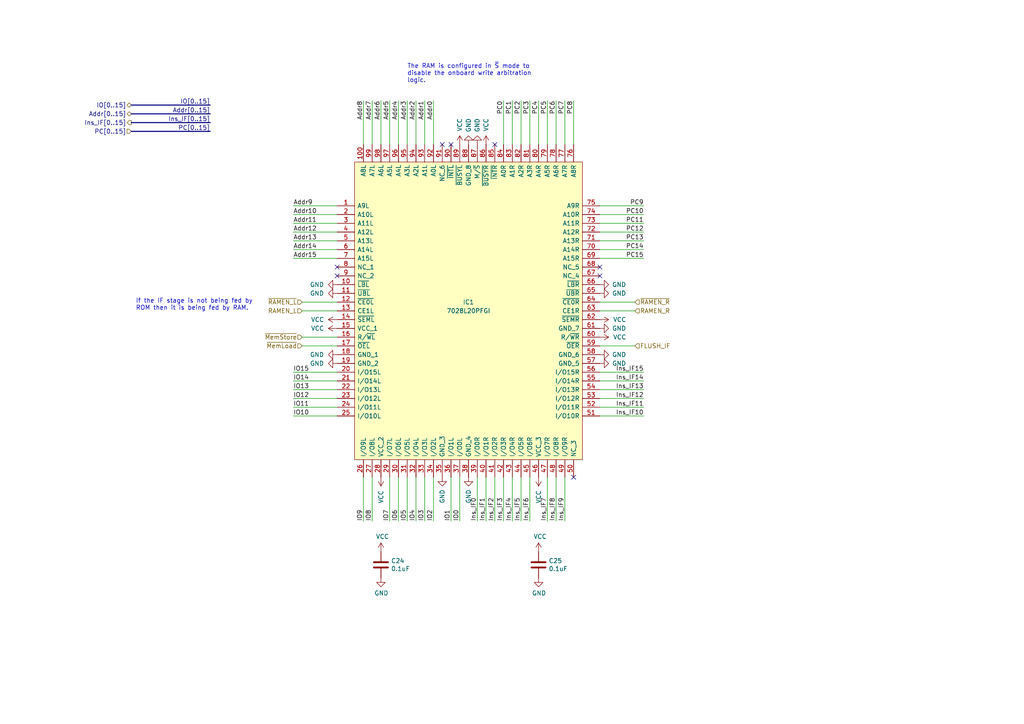
<source format=kicad_sch>
(kicad_sch (version 20250114) (generator "eeschema") (generator_version "9.0")
  (paper "A4")
  (title_block (title "Turtle16: RAM") (date "2023-11-25") (rev "A") (comment 3 "instruction on the second read port.") (comment 4 "RAM is implemented with a 64K x 16 dual port SRAM so that the IF stage can fetch an"))
  (lib_symbols
    (symbol "Device:C" (pin_numbers (hide yes)) (pin_names (offset 0.254))
      (property "Reference" "C" (at 0.635 2.54 0))
      (property "Value" "C" (at 0.635 -2.54 0))
      (symbol "C_0_1"
        (polyline (pts (xy -2.032 0.762) (xy 2.032 0.762)) (stroke (width 0.508)))
        (polyline (pts (xy -2.032 -0.762) (xy 2.032 -0.762)) (stroke (width 0.508)))
      )
      (symbol "C_1_1"
        (pin passive line (at 0 3.81 270) (length 2.794) (name "~") (number "1"))
        (pin passive line (at 0 -3.81 90) (length 2.794) (name "~") (number "2"))
      )
    )
    (symbol "Turtle16:7028L20PFGI" (pin_names (offset 0.762))
      (property "Reference" "U" (at 38.1 -27.94 0))
      (property "Value" "7028L20PFGI" (at 38.1 -30.48 0))
      (symbol "7028L20PFGI_0_0"
        (pin passive line (at 0 0 0) (length 5.08) (name "A9L") (number "1"))
        (pin passive line (at 0 -2.54 0) (length 5.08) (name "A10L") (number "2"))
        (pin passive line (at 0 -5.08 0) (length 5.08) (name "A11L") (number "3"))
        (pin passive line (at 0 -7.62 0) (length 5.08) (name "A12L") (number "4"))
        (pin passive line (at 0 -10.16 0) (length 5.08) (name "A13L") (number "5"))
        (pin passive line (at 0 -12.7 0) (length 5.08) (name "A14L") (number "6"))
        (pin passive line (at 0 -15.24 0) (length 5.08) (name "A15L") (number "7"))
        (pin passive line (at 0 -17.78 0) (length 5.08) (name "NC_1") (number "8"))
        (pin passive line (at 0 -20.32 0) (length 5.08) (name "NC_2") (number "9"))
        (pin passive line (at 0 -22.86 0) (length 5.08) (name "~{LBL}") (number "10"))
        (pin passive line (at 0 -25.4 0) (length 5.08) (name "~{UBL}") (number "11"))
        (pin passive line (at 0 -27.94 0) (length 5.08) (name "~{CE0L}") (number "12"))
        (pin passive line (at 0 -30.48 0) (length 5.08) (name "CE1L") (number "13"))
        (pin passive line (at 0 -33.02 0) (length 5.08) (name "~{SEML}") (number "14"))
        (pin passive line (at 0 -35.56 0) (length 5.08) (name "VCC_1") (number "15"))
        (pin passive line (at 0 -38.1 0) (length 5.08) (name "R/~{WL}") (number "16"))
        (pin passive line (at 0 -40.64 0) (length 5.08) (name "~{OEL}") (number "17"))
        (pin passive line (at 0 -43.18 0) (length 5.08) (name "GND_1") (number "18"))
        (pin passive line (at 0 -45.72 0) (length 5.08) (name "GND_2") (number "19"))
        (pin passive line (at 0 -48.26 0) (length 5.08) (name "I/O15L") (number "20"))
        (pin passive line (at 0 -50.8 0) (length 5.08) (name "I/O14L") (number "21"))
        (pin passive line (at 0 -53.34 0) (length 5.08) (name "I/O13L") (number "22"))
        (pin passive line (at 0 -55.88 0) (length 5.08) (name "I/O12L") (number "23"))
        (pin passive line (at 0 -58.42 0) (length 5.08) (name "I/O11L") (number "24"))
        (pin passive line (at 0 -60.96 0) (length 5.08) (name "I/O10L") (number "25"))
        (pin passive line (at 7.62 17.78 270) (length 5.08) (name "A8L") (number "100"))
        (pin passive line (at 7.62 -78.74 90) (length 5.08) (name "I/O9L") (number "26"))
        (pin passive line (at 10.16 17.78 270) (length 5.08) (name "A7L") (number "99"))
        (pin passive line (at 10.16 -78.74 90) (length 5.08) (name "I/O8L") (number "27"))
        (pin passive line (at 12.7 17.78 270) (length 5.08) (name "A6L") (number "98"))
        (pin passive line (at 12.7 -78.74 90) (length 5.08) (name "VCC_2") (number "28"))
        (pin passive line (at 15.24 17.78 270) (length 5.08) (name "A5L") (number "97"))
        (pin passive line (at 15.24 -78.74 90) (length 5.08) (name "I/O7L") (number "29"))
        (pin passive line (at 17.78 17.78 270) (length 5.08) (name "A4L") (number "96"))
        (pin passive line (at 17.78 -78.74 90) (length 5.08) (name "I/O6L") (number "30"))
        (pin passive line (at 20.32 17.78 270) (length 5.08) (name "A3L") (number "95"))
        (pin passive line (at 20.32 -78.74 90) (length 5.08) (name "I/O5L") (number "31"))
        (pin passive line (at 22.86 17.78 270) (length 5.08) (name "A2L") (number "94"))
        (pin passive line (at 22.86 -78.74 90) (length 5.08) (name "I/O4L") (number "32"))
        (pin passive line (at 25.4 17.78 270) (length 5.08) (name "A1L") (number "93"))
        (pin passive line (at 25.4 -78.74 90) (length 5.08) (name "I/O3L") (number "33"))
        (pin passive line (at 27.94 17.78 270) (length 5.08) (name "A0L") (number "92"))
        (pin passive line (at 27.94 -78.74 90) (length 5.08) (name "I/O2L") (number "34"))
        (pin passive line (at 30.48 17.78 270) (length 5.08) (name "NC_6") (number "91"))
        (pin passive line (at 30.48 -78.74 90) (length 5.08) (name "GND_3") (number "35"))
        (pin passive line (at 33.02 17.78 270) (length 5.08) (name "~{INTL}") (number "90"))
        (pin passive line (at 33.02 -78.74 90) (length 5.08) (name "I/O1L") (number "36"))
        (pin passive line (at 35.56 17.78 270) (length 5.08) (name "~{BUSYL}") (number "89"))
        (pin passive line (at 35.56 -78.74 90) (length 5.08) (name "I/O0L") (number "37"))
        (pin passive line (at 38.1 17.78 270) (length 5.08) (name "GND_8") (number "88"))
        (pin passive line (at 38.1 -78.74 90) (length 5.08) (name "GND_4") (number "38"))
        (pin passive line (at 40.64 17.78 270) (length 5.08) (name "M/~{S}") (number "87"))
        (pin passive line (at 40.64 -78.74 90) (length 5.08) (name "I/O0R") (number "39"))
        (pin passive line (at 43.18 17.78 270) (length 5.08) (name "~{BUSYR}") (number "86"))
        (pin passive line (at 43.18 -78.74 90) (length 5.08) (name "I/O1R") (number "40"))
        (pin passive line (at 45.72 17.78 270) (length 5.08) (name "~{INTR}") (number "85"))
        (pin passive line (at 45.72 -78.74 90) (length 5.08) (name "I/O2R") (number "41"))
        (pin passive line (at 48.26 17.78 270) (length 5.08) (name "A0R") (number "84"))
        (pin passive line (at 48.26 -78.74 90) (length 5.08) (name "I/O3R") (number "42"))
        (pin passive line (at 50.8 17.78 270) (length 5.08) (name "A1R") (number "83"))
        (pin passive line (at 50.8 -78.74 90) (length 5.08) (name "I/O4R") (number "43"))
        (pin passive line (at 53.34 17.78 270) (length 5.08) (name "A2R") (number "82"))
        (pin passive line (at 53.34 -78.74 90) (length 5.08) (name "I/O5R") (number "44"))
        (pin passive line (at 55.88 17.78 270) (length 5.08) (name "A3R") (number "81"))
        (pin passive line (at 55.88 -78.74 90) (length 5.08) (name "I/O6R") (number "45"))
        (pin passive line (at 58.42 17.78 270) (length 5.08) (name "A4R") (number "80"))
        (pin passive line (at 58.42 -78.74 90) (length 5.08) (name "VCC_3") (number "46"))
        (pin passive line (at 60.96 17.78 270) (length 5.08) (name "A5R") (number "79"))
        (pin passive line (at 60.96 -78.74 90) (length 5.08) (name "I/O7R") (number "47"))
        (pin passive line (at 63.5 17.78 270) (length 5.08) (name "A6R") (number "78"))
        (pin passive line (at 63.5 -78.74 90) (length 5.08) (name "I/O8R") (number "48"))
        (pin passive line (at 66.04 17.78 270) (length 5.08) (name "A7R") (number "77"))
        (pin passive line (at 66.04 -78.74 90) (length 5.08) (name "I/O9R") (number "49"))
        (pin passive line (at 68.58 17.78 270) (length 5.08) (name "A8R") (number "76"))
        (pin passive line (at 68.58 -78.74 90) (length 5.08) (name "NC_3") (number "50"))
        (pin passive line (at 76.2 0 180) (length 5.08) (name "A9R") (number "75"))
        (pin passive line (at 76.2 -2.54 180) (length 5.08) (name "A10R") (number "74"))
        (pin passive line (at 76.2 -5.08 180) (length 5.08) (name "A11R") (number "73"))
        (pin passive line (at 76.2 -7.62 180) (length 5.08) (name "A12R") (number "72"))
        (pin passive line (at 76.2 -10.16 180) (length 5.08) (name "A13R") (number "71"))
        (pin passive line (at 76.2 -12.7 180) (length 5.08) (name "A14R") (number "70"))
        (pin passive line (at 76.2 -15.24 180) (length 5.08) (name "A15R") (number "69"))
        (pin passive line (at 76.2 -17.78 180) (length 5.08) (name "NC_5") (number "68"))
        (pin passive line (at 76.2 -20.32 180) (length 5.08) (name "NC_4") (number "67"))
        (pin passive line (at 76.2 -22.86 180) (length 5.08) (name "~{LBR}") (number "66"))
        (pin passive line (at 76.2 -25.4 180) (length 5.08) (name "~{UBR}") (number "65"))
        (pin passive line (at 76.2 -27.94 180) (length 5.08) (name "~{CE0R}") (number "64"))
        (pin passive line (at 76.2 -30.48 180) (length 5.08) (name "CE1R") (number "63"))
        (pin passive line (at 76.2 -33.02 180) (length 5.08) (name "~{SEMR}") (number "62"))
        (pin passive line (at 76.2 -35.56 180) (length 5.08) (name "GND_7") (number "61"))
        (pin passive line (at 76.2 -38.1 180) (length 5.08) (name "R/~{WR}") (number "60"))
        (pin passive line (at 76.2 -40.64 180) (length 5.08) (name "~{OER}") (number "59"))
        (pin passive line (at 76.2 -43.18 180) (length 5.08) (name "GND_6") (number "58"))
        (pin passive line (at 76.2 -45.72 180) (length 5.08) (name "GND_5") (number "57"))
        (pin passive line (at 76.2 -48.26 180) (length 5.08) (name "I/O15R") (number "56"))
        (pin passive line (at 76.2 -50.8 180) (length 5.08) (name "I/O14R") (number "55"))
        (pin passive line (at 76.2 -53.34 180) (length 5.08) (name "I/O13R") (number "54"))
        (pin passive line (at 76.2 -55.88 180) (length 5.08) (name "I/O12R") (number "53"))
        (pin passive line (at 76.2 -58.42 180) (length 5.08) (name "I/O11R") (number "52"))
        (pin passive line (at 76.2 -60.96 180) (length 5.08) (name "I/O10R") (number "51"))
      )
      (symbol "7028L20PFGI_0_1"
        (polyline (pts (xy 5.08 12.7) (xy 71.12 12.7) (xy 71.12 -73.66) (xy 5.08 -73.66) (xy 5.08 12.7)) (stroke (width 0.1524)) (fill (type background)))
      )
    )
    (symbol "power:GND" (power) (pin_names (offset 0))
      (property "Value" "GND" (at 0 -3.81 0))
      (symbol "GND_0_1"
        (polyline (pts (xy 0 0) (xy 0 -1.27) (xy 1.27 -1.27) (xy 0 -2.54) (xy -1.27 -1.27) (xy 0 -1.27)))
      )
      (symbol "GND_1_1"
        (pin power_in line (at 0 0 270) (length 0) (hide yes) (name "GND") (number "1"))
      )
    )
    (symbol "power:VCC" (power) (pin_names (offset 0))
      (property "Value" "VCC" (at 0 3.81 0))
      (symbol "VCC_0_1"
        (polyline (pts (xy -0.762 1.27) (xy 0 2.54)))
        (polyline (pts (xy 0 2.54) (xy 0.762 1.27)))
        (polyline (pts (xy 0 0) (xy 0 2.54)))
      )
      (symbol "VCC_1_1"
        (pin power_in line (at 0 0 90) (length 0) (hide yes) (name "VCC") (number "1"))
      )
    )
  )
  (text "The RAM is configured in ~{S} mode to\ndisable the onboard write arbitration\nlogic." (at 118.11 24.13 0) (effects (font (size 1.27 1.27)) (justify left bottom)))
  (text "If the IF stage is not being fed by\nROM then it is being fed by RAM." (at 39.37 90.17 0) (effects (font (size 1.27 1.27)) (justify left bottom)))
  (no_connect (at 143.51 41.91))
  (no_connect (at 130.81 41.91))
  (no_connect (at 97.79 77.47))
  (no_connect (at 97.79 80.01))
  (no_connect (at 166.37 138.43))
  (no_connect (at 128.27 41.91))
  (no_connect (at 173.99 77.47))
  (no_connect (at 173.99 80.01))
  (wire (pts (xy 166.37 29.21) (xy 166.37 41.91)))
  (wire (pts (xy 186.69 120.65) (xy 173.99 120.65)))
  (wire (pts (xy 85.09 107.95) (xy 97.79 107.95)))
  (wire (pts (xy 184.15 87.63) (xy 173.99 87.63)))
  (wire (pts (xy 120.65 151.13) (xy 120.65 138.43)))
  (wire (pts (xy 130.81 151.13) (xy 130.81 138.43)))
  (wire (pts (xy 153.67 151.13) (xy 153.67 138.43)))
  (wire (pts (xy 110.49 29.21) (xy 110.49 41.91)))
  (wire (pts (xy 118.11 151.13) (xy 118.11 138.43)))
  (bus (pts (xy 38.1 35.56) (xy 60.96 35.56)))
  (wire (pts (xy 105.41 29.21) (xy 105.41 41.91)))
  (wire (pts (xy 153.67 29.21) (xy 153.67 41.91)))
  (wire (pts (xy 148.59 29.21) (xy 148.59 41.91)))
  (wire (pts (xy 186.69 118.11) (xy 173.99 118.11)))
  (wire (pts (xy 85.09 62.23) (xy 97.79 62.23)))
  (wire (pts (xy 85.09 72.39) (xy 97.79 72.39)))
  (wire (pts (xy 85.09 113.03) (xy 97.79 113.03)))
  (wire (pts (xy 115.57 151.13) (xy 115.57 138.43)))
  (wire (pts (xy 186.69 72.39) (xy 173.99 72.39)))
  (wire (pts (xy 161.29 151.13) (xy 161.29 138.43)))
  (wire (pts (xy 158.75 29.21) (xy 158.75 41.91)))
  (wire (pts (xy 85.09 67.31) (xy 97.79 67.31)))
  (wire (pts (xy 186.69 69.85) (xy 173.99 69.85)))
  (wire (pts (xy 186.69 64.77) (xy 173.99 64.77)))
  (wire (pts (xy 186.69 74.93) (xy 173.99 74.93)))
  (wire (pts (xy 133.35 151.13) (xy 133.35 138.43)))
  (wire (pts (xy 107.95 151.13) (xy 107.95 138.43)))
  (wire (pts (xy 115.57 29.21) (xy 115.57 41.91)))
  (wire (pts (xy 87.63 90.17) (xy 97.79 90.17)))
  (wire (pts (xy 163.83 151.13) (xy 163.83 138.43)))
  (wire (pts (xy 85.09 115.57) (xy 97.79 115.57)))
  (wire (pts (xy 156.21 29.21) (xy 156.21 41.91)))
  (wire (pts (xy 85.09 64.77) (xy 97.79 64.77)))
  (wire (pts (xy 123.19 29.21) (xy 123.19 41.91)))
  (wire (pts (xy 118.11 29.21) (xy 118.11 41.91)))
  (wire (pts (xy 184.15 90.17) (xy 173.99 90.17)))
  (wire (pts (xy 186.69 62.23) (xy 173.99 62.23)))
  (wire (pts (xy 186.69 115.57) (xy 173.99 115.57)))
  (wire (pts (xy 107.95 29.21) (xy 107.95 41.91)))
  (wire (pts (xy 186.69 67.31) (xy 173.99 67.31)))
  (wire (pts (xy 158.75 151.13) (xy 158.75 138.43)))
  (wire (pts (xy 113.03 151.13) (xy 113.03 138.43)))
  (bus (pts (xy 38.1 38.1) (xy 60.96 38.1)))
  (wire (pts (xy 186.69 107.95) (xy 173.99 107.95)))
  (wire (pts (xy 85.09 120.65) (xy 97.79 120.65)))
  (wire (pts (xy 123.19 151.13) (xy 123.19 138.43)))
  (wire (pts (xy 161.29 29.21) (xy 161.29 41.91)))
  (wire (pts (xy 151.13 29.21) (xy 151.13 41.91)))
  (wire (pts (xy 85.09 74.93) (xy 97.79 74.93)))
  (wire (pts (xy 105.41 151.13) (xy 105.41 138.43)))
  (wire (pts (xy 87.63 97.79) (xy 97.79 97.79)))
  (wire (pts (xy 163.83 29.21) (xy 163.83 41.91)))
  (wire (pts (xy 148.59 151.13) (xy 148.59 138.43)))
  (wire (pts (xy 140.97 151.13) (xy 140.97 138.43)))
  (wire (pts (xy 113.03 29.21) (xy 113.03 41.91)))
  (wire (pts (xy 186.69 110.49) (xy 173.99 110.49)))
  (wire (pts (xy 125.73 29.21) (xy 125.73 41.91)))
  (wire (pts (xy 85.09 118.11) (xy 97.79 118.11)))
  (wire (pts (xy 146.05 29.21) (xy 146.05 41.91)))
  (wire (pts (xy 120.65 29.21) (xy 120.65 41.91)))
  (wire (pts (xy 85.09 69.85) (xy 97.79 69.85)))
  (wire (pts (xy 143.51 151.13) (xy 143.51 138.43)))
  (wire (pts (xy 85.09 110.49) (xy 97.79 110.49)))
  (wire (pts (xy 151.13 151.13) (xy 151.13 138.43)))
  (wire (pts (xy 146.05 151.13) (xy 146.05 138.43)))
  (wire (pts (xy 184.15 100.33) (xy 173.99 100.33)))
  (bus (pts (xy 38.1 30.48) (xy 60.96 30.48)))
  (wire (pts (xy 125.73 151.13) (xy 125.73 138.43)))
  (wire (pts (xy 87.63 100.33) (xy 97.79 100.33)))
  (bus (pts (xy 38.1 33.02) (xy 60.96 33.02)))
  (wire (pts (xy 87.63 87.63) (xy 97.79 87.63)))
  (wire (pts (xy 186.69 113.03) (xy 173.99 113.03)))
  (wire (pts (xy 85.09 59.69) (xy 97.79 59.69)))
  (wire (pts (xy 186.69 59.69) (xy 173.99 59.69)))
  (wire (pts (xy 138.43 151.13) (xy 138.43 138.43)))
  (label "Ins_IF8" (at 161.29 151.13 90))
  (label "Ins_IF1" (at 140.97 151.13 90))
  (label "Addr0" (at 125.73 29.21 270))
  (label "IO0" (at 133.35 151.13 90))
  (label "Ins_IF4" (at 148.59 151.13 90))
  (label "PC1" (at 148.59 29.21 270))
  (label "IO5" (at 118.11 151.13 90))
  (label "Ins_IF7" (at 158.75 151.13 90))
  (label "IO2" (at 125.73 151.13 90))
  (label "Addr2" (at 120.65 29.21 270))
  (label "IO[0..15]" (at 60.96 30.48 180))
  (label "Ins_IF3" (at 146.05 151.13 90))
  (label "Ins_IF14" (at 186.69 110.49 180))
  (label "Ins_IF6" (at 153.67 151.13 90))
  (label "Ins_IF11" (at 186.69 118.11 180))
  (label "IO14" (at 85.09 110.49 0))
  (label "PC7" (at 163.83 29.21 270))
  (label "PC13" (at 186.69 69.85 180))
  (label "PC15" (at 186.69 74.93 180))
  (label "Ins_IF12" (at 186.69 115.57 180))
  (label "Addr9" (at 85.09 59.69 0))
  (label "Addr6" (at 110.49 29.21 270))
  (label "Addr13" (at 85.09 69.85 0))
  (label "PC[0..15]" (at 60.96 38.1 180))
  (label "Addr7" (at 107.95 29.21 270))
  (label "IO13" (at 85.09 113.03 0))
  (label "PC4" (at 156.21 29.21 270))
  (label "Ins_IF15" (at 186.69 107.95 180))
  (label "Addr14" (at 85.09 72.39 0))
  (label "Addr11" (at 85.09 64.77 0))
  (label "Ins_IF0" (at 138.43 151.13 90))
  (label "IO1" (at 130.81 151.13 90))
  (label "IO15" (at 85.09 107.95 0))
  (label "Ins_IF[0..15]" (at 60.96 35.56 180))
  (label "Addr15" (at 85.09 74.93 0))
  (label "PC9" (at 186.69 59.69 180))
  (label "Ins_IF2" (at 143.51 151.13 90))
  (label "Ins_IF10" (at 186.69 120.65 180))
  (label "IO8" (at 107.95 151.13 90))
  (label "IO6" (at 115.57 151.13 90))
  (label "Ins_IF5" (at 151.13 151.13 90))
  (label "Ins_IF9" (at 163.83 151.13 90))
  (label "PC5" (at 158.75 29.21 270))
  (label "IO7" (at 113.03 151.13 90))
  (label "Addr12" (at 85.09 67.31 0))
  (label "Addr1" (at 123.19 29.21 270))
  (label "Addr10" (at 85.09 62.23 0))
  (label "IO11" (at 85.09 118.11 0))
  (label "PC2" (at 151.13 29.21 270))
  (label "PC0" (at 146.05 29.21 270))
  (label "PC6" (at 161.29 29.21 270))
  (label "Ins_IF13" (at 186.69 113.03 180))
  (label "IO4" (at 120.65 151.13 90))
  (label "PC10" (at 186.69 62.23 180))
  (label "Addr3" (at 118.11 29.21 270))
  (label "PC3" (at 153.67 29.21 270))
  (label "PC14" (at 186.69 72.39 180))
  (label "IO12" (at 85.09 115.57 0))
  (label "Addr[0..15]" (at 60.96 33.02 180))
  (label "Addr4" (at 115.57 29.21 270))
  (label "Addr5" (at 113.03 29.21 270))
  (label "PC11" (at 186.69 64.77 180))
  (label "Addr8" (at 105.41 29.21 270))
  (label "IO3" (at 123.19 151.13 90))
  (label "PC12" (at 186.69 67.31 180))
  (label "PC8" (at 166.37 29.21 270))
  (label "IO9" (at 105.41 151.13 90))
  (label "IO10" (at 85.09 120.65 0))
  (hierarchical_label "~{RAMEN_R}" (shape input) (at 184.15 87.63 0))
  (hierarchical_label "IO[0..15]" (shape tri_state) (at 38.1 30.48 180))
  (hierarchical_label "RAMEN_R" (shape input) (at 184.15 90.17 0))
  (hierarchical_label "PC[0..15]" (shape input) (at 38.1 38.1 180))
  (hierarchical_label "FLUSH_IF" (shape input) (at 184.15 100.33 0))
  (hierarchical_label "~{RAMEN_L}" (shape input) (at 87.63 87.63 180))
  (hierarchical_label "Addr[0..15]" (shape tri_state) (at 38.1 33.02 180))
  (hierarchical_label "RAMEN_L" (shape input) (at 87.63 90.17 180))
  (hierarchical_label "Ins_IF[0..15]" (shape output) (at 38.1 35.56 180))
  (hierarchical_label "~{MemStore}" (shape input) (at 87.63 97.79 180))
  (hierarchical_label "~{MemLoad}" (shape input) (at 87.63 100.33 180))
  (symbol (lib_id "power:GND") (at 135.89 138.43 0) (unit 1)
    (property "Reference" "#PWR0134" (effects (hide yes)))
    (property "Value" "GND" (at 135.89 146.05 90) (effects (justify left)))
  )
  (symbol (lib_id "power:VCC") (at 156.21 138.43 0) (mirror x) (unit 1)
    (property "Reference" "#PWR0137" (effects (hide yes)))
    (property "Value" "VCC" (at 156.21 146.05 90) (effects (justify right)))
  )
  (symbol (lib_id "power:VCC") (at 133.35 41.91 0) (mirror y) (unit 1)
    (property "Reference" "#PWR0132" (effects (hide yes)))
    (property "Value" "VCC" (at 133.35 34.29 90) (effects (justify right)))
  )
  (symbol (lib_id "power:GND") (at 173.99 95.25 90) (unit 1)
    (property "Reference" "#PWR0143" (effects (hide yes)))
    (property "Value" "GND" (at 181.61 95.25 90) (effects (justify left)))
  )
  (symbol (lib_id "power:GND") (at 110.49 167.64 0) (unit 1)
    (property "Reference" "#PWR0130" (effects (hide yes)))
    (property "Value" "GND" (at 110.617 172.0342 0))
  )
  (symbol (lib_id "Device:C") (at 110.49 163.83 0) (unit 1)
    (property "Reference" "C24" (at 113.411 162.6616 0) (effects (justify left)))
    (property "Value" "0.1uF" (at 113.411 164.973 0) (effects (justify left)))
    (property "Footprint" "Capacitor_SMD:C_0603_1608Metric" (effects (hide yes)))
    (property "Datasheet" "https://www.mouser.com/datasheet/2/396/taiyo_yuden_12132018_mlcc11_hq_e-1510082.pdf" (effects (hide yes)))
    (property "Manufacturer" "Taiyo Yuden" (effects (hide yes)))
    (property "Manufacturer#" "EMK107B7104KAHT" (effects (hide yes)))
    (property "Mouser#" "963-EMK107B7104KAHT" (effects (hide yes)))
    (property "Digikey#" "587-6004-1-ND" (effects (hide yes)))
  )
  (symbol (lib_id "power:VCC") (at 173.99 92.71 270) (mirror x) (unit 1)
    (property "Reference" "#PWR0142" (effects (hide yes)))
    (property "Value" "VCC" (at 177.8 92.7099 90) (effects (justify left)))
  )
  (symbol (lib_id "power:VCC") (at 97.79 92.71 90) (mirror x) (unit 1)
    (property "Reference" "#PWR0124" (effects (hide yes)))
    (property "Value" "VCC" (at 90.17 92.71 90) (effects (justify right)))
  )
  (symbol (lib_id "power:VCC") (at 97.79 95.25 90) (mirror x) (unit 1)
    (property "Reference" "#PWR0125" (effects (hide yes)))
    (property "Value" "VCC" (at 90.17 95.25 90) (effects (justify right)))
  )
  (symbol (lib_id "power:GND") (at 173.99 82.55 90) (unit 1)
    (property "Reference" "#PWR0140" (effects (hide yes)))
    (property "Value" "GND" (at 181.61 82.55 90) (effects (justify left)))
  )
  (symbol (lib_id "power:GND") (at 173.99 102.87 90) (unit 1)
    (property "Reference" "#PWR0145" (effects (hide yes)))
    (property "Value" "GND" (at 181.61 102.87 90) (effects (justify left)))
  )
  (symbol (lib_id "power:GND") (at 156.21 167.64 0) (unit 1)
    (property "Reference" "#PWR0139" (effects (hide yes)))
    (property "Value" "GND" (at 156.337 172.0342 0))
  )
  (symbol (lib_id "power:VCC") (at 156.21 160.02 0) (unit 1)
    (property "Reference" "#PWR0138" (effects (hide yes)))
    (property "Value" "VCC" (at 156.6418 155.6258 0))
  )
  (symbol (lib_id "power:GND") (at 97.79 102.87 270) (unit 1)
    (property "Reference" "#PWR0126" (effects (hide yes)))
    (property "Value" "GND" (at 93.98 102.8699 90) (effects (justify right)))
  )
  (symbol (lib_id "Turtle16:7028L20PFGI") (at 97.79 59.69 0) (unit 1)
    (property "Reference" "IC1" (at 135.89 87.63 0))
    (property "Value" "7028L20PFGI" (at 135.89 90.17 0))
    (property "Footprint" "Package_QFP:TQFP-100_14x14mm_P0.5mm" (effects (hide yes)))
    (property "Datasheet" "https://www.idt.com/document/dst/7028-data-sheet" (effects (hide yes)))
    (property "Manufacturer" "Renesas Electronics Corporation" (effects (hide yes)))
    (property "Manufacturer#" "7028L20PFGI" (effects (hide yes)))
    (property "Mouser#" "972-7028L20PFGI" (effects (hide yes)))
    (property "Digikey#" "800-3936-ND" (effects (hide yes)))
  )
  (symbol (lib_id "power:VCC") (at 140.97 41.91 0) (mirror y) (unit 1)
    (property "Reference" "#PWR0136" (effects (hide yes)))
    (property "Value" "VCC" (at 140.97 34.29 90) (effects (justify right)))
  )
  (symbol (lib_id "power:GND") (at 97.79 82.55 270) (unit 1)
    (property "Reference" "#PWR0122" (effects (hide yes)))
    (property "Value" "GND" (at 93.98 82.5499 90) (effects (justify right)))
  )
  (symbol (lib_id "power:GND") (at 97.79 105.41 270) (unit 1)
    (property "Reference" "#PWR0127" (effects (hide yes)))
    (property "Value" "GND" (at 93.98 105.4099 90) (effects (justify right)))
  )
  (symbol (lib_id "power:VCC") (at 110.49 138.43 0) (mirror x) (unit 1)
    (property "Reference" "#PWR0128" (effects (hide yes)))
    (property "Value" "VCC" (at 110.49 146.05 90) (effects (justify right)))
  )
  (symbol (lib_id "power:GND") (at 135.89 41.91 180) (unit 1)
    (property "Reference" "#PWR0133" (effects (hide yes)))
    (property "Value" "GND" (at 135.89 34.29 90) (effects (justify left)))
  )
  (symbol (lib_id "power:VCC") (at 173.99 97.79 270) (mirror x) (unit 1)
    (property "Reference" "#PWR0144" (effects (hide yes)))
    (property "Value" "VCC" (at 177.8 97.7899 90) (effects (justify left)))
  )
  (symbol (lib_id "Device:C") (at 156.21 163.83 0) (unit 1)
    (property "Reference" "C25" (at 159.131 162.6616 0) (effects (justify left)))
    (property "Value" "0.1uF" (at 159.131 164.973 0) (effects (justify left)))
    (property "Footprint" "Capacitor_SMD:C_0603_1608Metric" (effects (hide yes)))
    (property "Datasheet" "https://www.mouser.com/datasheet/2/396/taiyo_yuden_12132018_mlcc11_hq_e-1510082.pdf" (effects (hide yes)))
    (property "Manufacturer" "Taiyo Yuden" (effects (hide yes)))
    (property "Manufacturer#" "EMK107B7104KAHT" (effects (hide yes)))
    (property "Mouser#" "963-EMK107B7104KAHT" (effects (hide yes)))
    (property "Digikey#" "587-6004-1-ND" (effects (hide yes)))
  )
  (symbol (lib_id "power:GND") (at 97.79 85.09 270) (unit 1)
    (property "Reference" "#PWR0123" (effects (hide yes)))
    (property "Value" "GND" (at 93.98 85.0899 90) (effects (justify right)))
  )
  (symbol (lib_id "power:VCC") (at 110.49 160.02 0) (unit 1)
    (property "Reference" "#PWR0129" (effects (hide yes)))
    (property "Value" "VCC" (at 110.9218 155.6258 0))
  )
  (symbol (lib_id "power:GND") (at 173.99 105.41 90) (unit 1)
    (property "Reference" "#PWR0146" (effects (hide yes)))
    (property "Value" "GND" (at 181.61 105.41 90) (effects (justify left)))
  )
  (symbol (lib_id "power:GND") (at 138.43 41.91 180) (unit 1)
    (property "Reference" "#PWR0135" (effects (hide yes)))
    (property "Value" "GND" (at 138.43 34.29 90) (effects (justify left)))
  )
  (symbol (lib_id "power:GND") (at 173.99 85.09 90) (unit 1)
    (property "Reference" "#PWR0141" (effects (hide yes)))
    (property "Value" "GND" (at 181.61 85.09 90) (effects (justify left)))
  )
  (symbol (lib_id "power:GND") (at 128.27 138.43 0) (unit 1)
    (property "Reference" "#PWR0131" (effects (hide yes)))
    (property "Value" "GND" (at 128.27 146.05 90) (effects (justify left)))
  )
)
</source>
